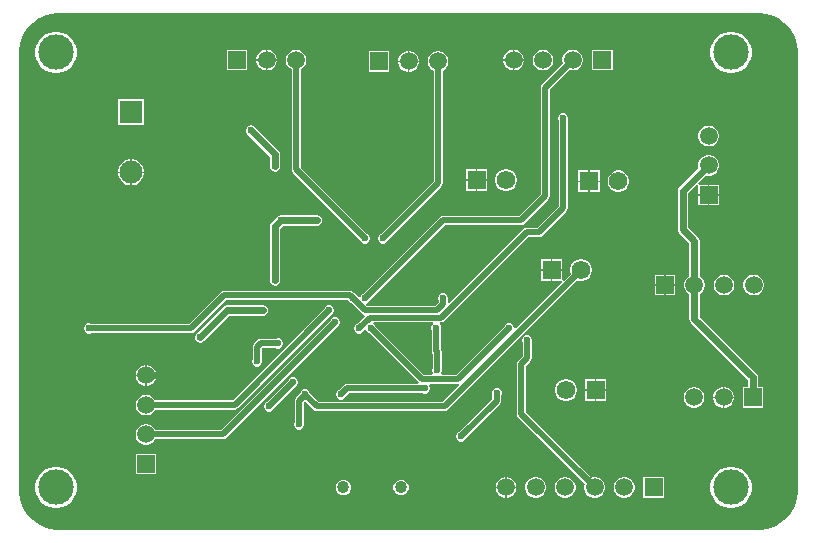
<source format=gbl>
G04*
G04 #@! TF.GenerationSoftware,Altium Limited,Altium Designer,23.4.1 (23)*
G04*
G04 Layer_Physical_Order=2*
G04 Layer_Color=16711680*
%FSLAX44Y44*%
%MOMM*%
G71*
G04*
G04 #@! TF.SameCoordinates,574EF0A3-D4D7-4E79-882F-14C39876F300*
G04*
G04*
G04 #@! TF.FilePolarity,Positive*
G04*
G01*
G75*
%ADD11C,0.6000*%
%ADD41C,0.5000*%
%ADD42C,3.0000*%
%ADD43R,1.5080X1.5080*%
%ADD44C,1.5080*%
%ADD45C,1.9500*%
%ADD46R,1.9500X1.9500*%
%ADD47R,1.5080X1.5080*%
%ADD48C,1.5750*%
%ADD49R,1.5750X1.5750*%
%ADD50C,1.0300*%
%ADD51C,0.6000*%
G36*
X911860Y973321D02*
X914057Y973321D01*
X918414Y972747D01*
X922658Y971610D01*
X926718Y969929D01*
X930523Y967731D01*
X934009Y965056D01*
X937116Y961949D01*
X939791Y958463D01*
X941988Y954658D01*
X943670Y950598D01*
X944807Y946354D01*
X945381Y941997D01*
X945381Y939800D01*
X945381Y568960D01*
Y566763D01*
X944807Y562406D01*
X943670Y558162D01*
X941988Y554102D01*
X939791Y550297D01*
X937116Y546811D01*
X934009Y543704D01*
X930523Y541029D01*
X926718Y538831D01*
X922658Y537150D01*
X918413Y536013D01*
X914057Y535439D01*
X911860D01*
X320040Y535439D01*
X317843Y535439D01*
X313486Y536012D01*
X309242Y537150D01*
X305182Y538831D01*
X301377Y541029D01*
X297891Y543703D01*
X294784Y546811D01*
X292108Y550297D01*
X289911Y554102D01*
X288230Y558162D01*
X287093Y562406D01*
X286519Y566763D01*
X286519Y568960D01*
X286519Y939800D01*
Y941997D01*
X287093Y946354D01*
X288230Y950598D01*
X289912Y954658D01*
X292108Y958463D01*
X294784Y961949D01*
X297891Y965057D01*
X301377Y967731D01*
X305182Y969928D01*
X309242Y971610D01*
X313486Y972747D01*
X317843Y973321D01*
X320040Y973321D01*
X911860Y973321D01*
D02*
G37*
%LPC*%
G36*
X706010Y942260D02*
X705485D01*
Y934085D01*
X713660D01*
Y934610D01*
X713060Y936851D01*
X711900Y938859D01*
X710259Y940500D01*
X708251Y941660D01*
X706010Y942260D01*
D02*
G37*
G36*
X496860D02*
X496335D01*
Y934085D01*
X504510D01*
Y934610D01*
X503909Y936851D01*
X502749Y938859D01*
X501109Y940500D01*
X499100Y941660D01*
X496860Y942260D01*
D02*
G37*
G36*
X704215D02*
X703690D01*
X701450Y941660D01*
X699441Y940500D01*
X697800Y938859D01*
X696640Y936851D01*
X696040Y934610D01*
Y934085D01*
X704215D01*
Y942260D01*
D02*
G37*
G36*
X495065D02*
X494540D01*
X492299Y941660D01*
X490290Y940500D01*
X488650Y938859D01*
X487490Y936851D01*
X486890Y934610D01*
Y934085D01*
X495065D01*
Y942260D01*
D02*
G37*
G36*
X617110Y941160D02*
X616585D01*
Y932985D01*
X624760D01*
Y933510D01*
X624160Y935751D01*
X623000Y937760D01*
X621359Y939400D01*
X619351Y940560D01*
X617110Y941160D01*
D02*
G37*
G36*
X615315D02*
X614790D01*
X612550Y940560D01*
X610541Y939400D01*
X608900Y937760D01*
X607740Y935751D01*
X607140Y933510D01*
Y932985D01*
X615315D01*
Y941160D01*
D02*
G37*
G36*
X788660Y942260D02*
X771040D01*
Y924640D01*
X788660D01*
Y942260D01*
D02*
G37*
G36*
X756010D02*
X753690D01*
X751449Y941660D01*
X749440Y940500D01*
X747800Y938859D01*
X746640Y936851D01*
X746040Y934610D01*
Y932290D01*
X746508Y930544D01*
X728802Y912838D01*
X727969Y911591D01*
X727676Y910120D01*
X727676Y910120D01*
Y819472D01*
X709608Y801404D01*
X645160D01*
X643689Y801111D01*
X642442Y800278D01*
X642442Y800278D01*
X577730Y735566D01*
X576701Y735140D01*
X575500Y733939D01*
X575074Y732909D01*
X573677Y732510D01*
X572815Y733372D01*
X572580Y733939D01*
X571379Y735140D01*
X569888Y735757D01*
X568867Y736778D01*
X567620Y737611D01*
X566149Y737904D01*
X566149Y737904D01*
X459740D01*
X459740Y737904D01*
X458269Y737611D01*
X457022Y736778D01*
X430208Y709964D01*
X347318D01*
X346289Y710390D01*
X344591D01*
X343021Y709740D01*
X341820Y708539D01*
X341170Y706969D01*
Y705271D01*
X341820Y703701D01*
X343021Y702500D01*
X344591Y701850D01*
X346289D01*
X347318Y702276D01*
X431800D01*
X431800Y702276D01*
X433271Y702569D01*
X434518Y703402D01*
X461332Y730216D01*
X564557D01*
X565105Y729668D01*
X565340Y729101D01*
X566541Y727900D01*
X568032Y727283D01*
X576673Y718642D01*
X576673Y718642D01*
X577920Y717809D01*
X578401Y717713D01*
X578819Y716335D01*
X572650Y710166D01*
X571621Y709740D01*
X570420Y708539D01*
X569770Y706969D01*
Y705271D01*
X570420Y703701D01*
X571621Y702500D01*
X573191Y701850D01*
X574889D01*
X576459Y702500D01*
X577660Y703701D01*
X578086Y704730D01*
X578757Y705401D01*
X580074Y704922D01*
X580580Y703701D01*
X581781Y702500D01*
X582810Y702074D01*
X624450Y660434D01*
X624256Y659610D01*
X623960Y659164D01*
X563880D01*
X563880Y659164D01*
X562409Y658871D01*
X561162Y658038D01*
X561162Y658038D01*
X557410Y654286D01*
X556381Y653860D01*
X555180Y652659D01*
X554530Y651089D01*
Y649391D01*
X555180Y647821D01*
X556381Y646620D01*
X557951Y645970D01*
X559649D01*
X561219Y646620D01*
X562420Y647821D01*
X562846Y648850D01*
X565472Y651476D01*
X628042D01*
X629071Y651050D01*
X630769D01*
X632339Y651700D01*
X633540Y652901D01*
X634190Y654471D01*
Y656169D01*
X633540Y657739D01*
X633452Y657826D01*
X633979Y659096D01*
X657860D01*
X657860Y659096D01*
X658302Y659184D01*
X658928Y658014D01*
X644838Y643924D01*
X540072D01*
X532366Y651630D01*
X531940Y652659D01*
X530739Y653860D01*
X529169Y654510D01*
X527471D01*
X525901Y653860D01*
X524700Y652659D01*
X524083Y651168D01*
X520522Y647607D01*
X519689Y646360D01*
X519396Y644889D01*
X519396Y644889D01*
Y626718D01*
X518970Y625689D01*
Y623991D01*
X519620Y622421D01*
X520821Y621220D01*
X522391Y620570D01*
X524089D01*
X525659Y621220D01*
X526860Y622421D01*
X527510Y623991D01*
Y625689D01*
X527084Y626718D01*
Y643297D01*
X528455Y644669D01*
X535762Y637362D01*
X535762Y637362D01*
X537009Y636529D01*
X538480Y636236D01*
X538480Y636236D01*
X646430D01*
X646430Y636236D01*
X647901Y636529D01*
X649148Y637362D01*
X758820Y747034D01*
X760796Y746505D01*
X763204D01*
X765530Y747128D01*
X767615Y748332D01*
X769318Y750035D01*
X770522Y752120D01*
X771145Y754446D01*
Y756854D01*
X770522Y759180D01*
X769318Y761265D01*
X767615Y762968D01*
X765530Y764172D01*
X763204Y764795D01*
X760796D01*
X758470Y764172D01*
X756385Y762968D01*
X754682Y761265D01*
X753478Y759180D01*
X752855Y756854D01*
Y754446D01*
X753384Y752470D01*
X747412Y746498D01*
X746145Y747027D01*
X746145Y747559D01*
Y755015D01*
X737635D01*
Y746505D01*
X745009D01*
X745623Y746505D01*
X746152Y745238D01*
X706580Y705666D01*
X705310Y706192D01*
Y706969D01*
X704660Y708539D01*
X703459Y709740D01*
X701889Y710390D01*
X700191D01*
X698621Y709740D01*
X697420Y708539D01*
X696994Y707510D01*
X656268Y666784D01*
X644139D01*
X643613Y668054D01*
X643700Y668141D01*
X644350Y669711D01*
Y671409D01*
X643924Y672438D01*
Y683922D01*
X644350Y684951D01*
Y686649D01*
X643700Y688219D01*
X643340Y688579D01*
Y704826D01*
X643766Y705854D01*
Y707553D01*
X643116Y709123D01*
X642262Y709976D01*
X642754Y711246D01*
X643537D01*
X643537Y711246D01*
X645008Y711539D01*
X646255Y712372D01*
X717439Y783556D01*
X726440D01*
X726440Y783556D01*
X727911Y783849D01*
X729158Y784682D01*
X749478Y805002D01*
X749478Y805002D01*
X750311Y806249D01*
X750604Y807720D01*
X750604Y807720D01*
Y882042D01*
X751030Y883071D01*
Y884769D01*
X750380Y886339D01*
X749179Y887540D01*
X747609Y888190D01*
X745911D01*
X744341Y887540D01*
X743140Y886339D01*
X742490Y884769D01*
Y883071D01*
X742916Y882042D01*
Y809312D01*
X724848Y791244D01*
X715847D01*
X715847Y791244D01*
X714376Y790951D01*
X713129Y790118D01*
X650274Y727263D01*
X649004Y727789D01*
Y729642D01*
X649430Y730671D01*
Y732369D01*
X648780Y733939D01*
X647579Y735140D01*
X646009Y735790D01*
X644311D01*
X642741Y735140D01*
X641540Y733939D01*
X640890Y732369D01*
Y730671D01*
X641316Y729642D01*
Y728032D01*
X638488Y725204D01*
X580983D01*
X580110Y726077D01*
X580509Y727474D01*
X581539Y727900D01*
X582740Y729101D01*
X583166Y730130D01*
X646752Y793716D01*
X711200D01*
X711200Y793716D01*
X712671Y794009D01*
X713918Y794842D01*
X734238Y815162D01*
X734238Y815162D01*
X735071Y816409D01*
X735364Y817880D01*
X735364Y817880D01*
Y908528D01*
X751944Y925108D01*
X753690Y924640D01*
X756010D01*
X758250Y925240D01*
X760259Y926400D01*
X761900Y928040D01*
X763059Y930050D01*
X763660Y932290D01*
Y934610D01*
X763059Y936851D01*
X761900Y938859D01*
X760259Y940500D01*
X758250Y941660D01*
X756010Y942260D01*
D02*
G37*
G36*
X731010D02*
X728690D01*
X726450Y941660D01*
X724441Y940500D01*
X722801Y938859D01*
X721641Y936851D01*
X721040Y934610D01*
Y932290D01*
X721641Y930050D01*
X722801Y928040D01*
X724441Y926400D01*
X726450Y925240D01*
X728690Y924640D01*
X731010D01*
X733251Y925240D01*
X735260Y926400D01*
X736900Y928040D01*
X738060Y930050D01*
X738660Y932290D01*
Y934610D01*
X738060Y936851D01*
X736900Y938859D01*
X735260Y940500D01*
X733251Y941660D01*
X731010Y942260D01*
D02*
G37*
G36*
X713660Y932815D02*
X705485D01*
Y924640D01*
X706010D01*
X708251Y925240D01*
X710259Y926400D01*
X711900Y928040D01*
X713060Y930050D01*
X713660Y932290D01*
Y932815D01*
D02*
G37*
G36*
X704215D02*
X696040D01*
Y932290D01*
X696640Y930050D01*
X697800Y928040D01*
X699441Y926400D01*
X701450Y925240D01*
X703690Y924640D01*
X704215D01*
Y932815D01*
D02*
G37*
G36*
X504510D02*
X496335D01*
Y924640D01*
X496860D01*
X499100Y925240D01*
X501109Y926400D01*
X502749Y928040D01*
X503909Y930050D01*
X504510Y932290D01*
Y932815D01*
D02*
G37*
G36*
X495065D02*
X486890D01*
Y932290D01*
X487490Y930050D01*
X488650Y928040D01*
X490290Y926400D01*
X492299Y925240D01*
X494540Y924640D01*
X495065D01*
Y932815D01*
D02*
G37*
G36*
X479510Y942260D02*
X461890D01*
Y924640D01*
X479510D01*
Y942260D01*
D02*
G37*
G36*
X624760Y931715D02*
X616585D01*
Y923540D01*
X617110D01*
X619351Y924141D01*
X621359Y925300D01*
X623000Y926941D01*
X624160Y928950D01*
X624760Y931190D01*
Y931715D01*
D02*
G37*
G36*
X615315D02*
X607140D01*
Y931190D01*
X607740Y928950D01*
X608900Y926941D01*
X610541Y925300D01*
X612550Y924141D01*
X614790Y923540D01*
X615315D01*
Y931715D01*
D02*
G37*
G36*
X599760Y941160D02*
X582140D01*
Y923540D01*
X599760D01*
Y941160D01*
D02*
G37*
G36*
X890724Y957300D02*
X887276D01*
X883895Y956628D01*
X880711Y955308D01*
X877844Y953393D01*
X875407Y950956D01*
X873492Y948089D01*
X872172Y944905D01*
X871500Y941524D01*
Y938076D01*
X872172Y934695D01*
X873492Y931511D01*
X875407Y928644D01*
X877844Y926207D01*
X880711Y924292D01*
X883895Y922972D01*
X887276Y922300D01*
X890724D01*
X894105Y922972D01*
X897289Y924292D01*
X900156Y926207D01*
X902593Y928644D01*
X904508Y931511D01*
X905827Y934695D01*
X906500Y938076D01*
Y941524D01*
X905827Y944905D01*
X904508Y948089D01*
X902593Y950956D01*
X900156Y953393D01*
X897289Y955308D01*
X894105Y956628D01*
X890724Y957300D01*
D02*
G37*
G36*
X319224D02*
X315776D01*
X312395Y956628D01*
X309211Y955308D01*
X306344Y953393D01*
X303907Y950956D01*
X301992Y948089D01*
X300672Y944905D01*
X300000Y941524D01*
Y938076D01*
X300672Y934695D01*
X301992Y931511D01*
X303907Y928644D01*
X306344Y926207D01*
X309211Y924292D01*
X312395Y922972D01*
X315776Y922300D01*
X319224D01*
X322605Y922972D01*
X325789Y924292D01*
X328656Y926207D01*
X331093Y928644D01*
X333008Y931511D01*
X334328Y934695D01*
X335000Y938076D01*
Y941524D01*
X334328Y944905D01*
X333008Y948089D01*
X331093Y950956D01*
X328656Y953393D01*
X325789Y955308D01*
X322605Y956628D01*
X319224Y957300D01*
D02*
G37*
G36*
X392020Y900020D02*
X369980D01*
Y877980D01*
X392020D01*
Y900020D01*
D02*
G37*
G36*
X871110Y877960D02*
X868790D01*
X866550Y877359D01*
X864540Y876200D01*
X862900Y874559D01*
X861740Y872550D01*
X861140Y870310D01*
Y867990D01*
X861740Y865749D01*
X862900Y863740D01*
X864540Y862100D01*
X866550Y860940D01*
X868790Y860340D01*
X871110D01*
X873351Y860940D01*
X875359Y862100D01*
X877000Y863740D01*
X878160Y865749D01*
X878760Y867990D01*
Y870310D01*
X878160Y872550D01*
X877000Y874559D01*
X875359Y876200D01*
X873351Y877359D01*
X871110Y877960D01*
D02*
G37*
G36*
X482600Y878114D02*
X482179Y878030D01*
X481751D01*
X481354Y877866D01*
X480934Y877782D01*
X480577Y877544D01*
X480181Y877380D01*
X479878Y877077D01*
X479521Y876839D01*
X479283Y876482D01*
X478980Y876179D01*
X478816Y875783D01*
X478578Y875426D01*
X478494Y875005D01*
X478330Y874609D01*
Y874181D01*
X478246Y873760D01*
X478330Y873339D01*
Y872911D01*
X478494Y872514D01*
X478578Y872094D01*
X478816Y871737D01*
X478980Y871341D01*
X479283Y871038D01*
X479521Y870682D01*
X498566Y851637D01*
Y843280D01*
X498650Y842859D01*
Y842431D01*
X498814Y842035D01*
X498898Y841614D01*
X499136Y841257D01*
X499300Y840861D01*
X499603Y840558D01*
X499841Y840201D01*
X500198Y839963D01*
X500501Y839660D01*
X500897Y839496D01*
X501254Y839258D01*
X501674Y839174D01*
X502071Y839010D01*
X502500D01*
X502920Y838926D01*
X503340Y839010D01*
X503769D01*
X504165Y839174D01*
X504586Y839258D01*
X504943Y839496D01*
X505339Y839660D01*
X505642Y839963D01*
X505998Y840201D01*
X506237Y840558D01*
X506540Y840861D01*
X506704Y841257D01*
X506942Y841614D01*
X507026Y842035D01*
X507190Y842431D01*
Y842859D01*
X507274Y843280D01*
Y853440D01*
X506942Y855106D01*
X505998Y856518D01*
X485678Y876839D01*
X485322Y877077D01*
X485019Y877380D01*
X484623Y877544D01*
X484266Y877782D01*
X483845Y877866D01*
X483449Y878030D01*
X483021D01*
X482600Y878114D01*
D02*
G37*
G36*
X382451Y849220D02*
X381635D01*
Y838835D01*
X392020D01*
Y839651D01*
X391269Y842454D01*
X389818Y844966D01*
X387766Y847018D01*
X385254Y848469D01*
X382451Y849220D01*
D02*
G37*
G36*
X380365D02*
X379549D01*
X376746Y848469D01*
X374234Y847018D01*
X372182Y844966D01*
X370731Y842454D01*
X369980Y839651D01*
Y838835D01*
X380365D01*
Y849220D01*
D02*
G37*
G36*
X871110Y852960D02*
X868790D01*
X866550Y852360D01*
X864540Y851200D01*
X862900Y849560D01*
X861740Y847551D01*
X861140Y845310D01*
Y842990D01*
X861456Y841813D01*
X845282Y825639D01*
X844338Y824226D01*
X844006Y822560D01*
Y789940D01*
X844338Y788274D01*
X845282Y786861D01*
X853697Y778447D01*
Y750609D01*
X852641Y750000D01*
X851000Y748360D01*
X849840Y746350D01*
X849240Y744110D01*
Y741790D01*
X849840Y739549D01*
X851000Y737541D01*
X852641Y735900D01*
X853697Y735291D01*
Y714210D01*
X854028Y712544D01*
X854972Y711131D01*
X903297Y662806D01*
Y656510D01*
X898840D01*
Y638890D01*
X916460D01*
Y656510D01*
X912004D01*
Y664610D01*
X911672Y666276D01*
X910729Y667688D01*
X862404Y716013D01*
Y735291D01*
X863460Y735900D01*
X865100Y737541D01*
X866260Y739549D01*
X866860Y741790D01*
Y744110D01*
X866260Y746350D01*
X865100Y748360D01*
X863460Y750000D01*
X862404Y750609D01*
Y780250D01*
X862072Y781916D01*
X861129Y783328D01*
X852714Y791743D01*
Y820757D01*
X859870Y827913D01*
X861140Y827387D01*
X861140Y826927D01*
Y819785D01*
X869315D01*
Y827960D01*
X862226D01*
X861713Y827960D01*
X861187Y829230D01*
X867613Y835656D01*
X868790Y835340D01*
X871110D01*
X873351Y835941D01*
X875359Y837101D01*
X877000Y838741D01*
X878160Y840750D01*
X878760Y842990D01*
Y845310D01*
X878160Y847551D01*
X877000Y849560D01*
X875359Y851200D01*
X873351Y852360D01*
X871110Y852960D01*
D02*
G37*
G36*
X682645Y840995D02*
X674135D01*
Y832485D01*
X682645D01*
Y840995D01*
D02*
G37*
G36*
X672865D02*
X664355D01*
Y832485D01*
X672865D01*
Y840995D01*
D02*
G37*
G36*
X777695Y839895D02*
X769185D01*
Y831385D01*
X777695D01*
Y839895D01*
D02*
G37*
G36*
X767915D02*
X759405D01*
Y831385D01*
X767915D01*
Y839895D01*
D02*
G37*
G36*
X392020Y837565D02*
X381635D01*
Y827180D01*
X382451D01*
X385254Y827931D01*
X387766Y829382D01*
X389818Y831434D01*
X391269Y833946D01*
X392020Y836749D01*
Y837565D01*
D02*
G37*
G36*
X380365D02*
X369980D01*
Y836749D01*
X370731Y833946D01*
X372182Y831434D01*
X374234Y829382D01*
X376746Y827931D01*
X379549Y827180D01*
X380365D01*
Y837565D01*
D02*
G37*
G36*
X699704Y840995D02*
X697296D01*
X694970Y840372D01*
X692885Y839168D01*
X691182Y837465D01*
X689978Y835380D01*
X689355Y833054D01*
Y830646D01*
X689978Y828320D01*
X691182Y826235D01*
X692885Y824532D01*
X694970Y823328D01*
X697296Y822705D01*
X699704D01*
X702030Y823328D01*
X704115Y824532D01*
X705818Y826235D01*
X707022Y828320D01*
X707645Y830646D01*
Y833054D01*
X707022Y835380D01*
X705818Y837465D01*
X704115Y839168D01*
X702030Y840372D01*
X699704Y840995D01*
D02*
G37*
G36*
X682645Y831215D02*
X674135D01*
Y822705D01*
X682645D01*
Y831215D01*
D02*
G37*
G36*
X672865D02*
X664355D01*
Y822705D01*
X672865D01*
Y831215D01*
D02*
G37*
G36*
X794754Y839895D02*
X792346D01*
X790020Y839272D01*
X787935Y838068D01*
X786232Y836365D01*
X785028Y834280D01*
X784405Y831954D01*
Y829546D01*
X785028Y827220D01*
X786232Y825135D01*
X787935Y823432D01*
X790020Y822228D01*
X792346Y821605D01*
X794754D01*
X797080Y822228D01*
X799165Y823432D01*
X800868Y825135D01*
X802072Y827220D01*
X802695Y829546D01*
Y831954D01*
X802072Y834280D01*
X800868Y836365D01*
X799165Y838068D01*
X797080Y839272D01*
X794754Y839895D01*
D02*
G37*
G36*
X777695Y830115D02*
X769185D01*
Y821605D01*
X777695D01*
Y830115D01*
D02*
G37*
G36*
X767915D02*
X759405D01*
Y821605D01*
X767915D01*
Y830115D01*
D02*
G37*
G36*
X870585Y827960D02*
Y819785D01*
X878760D01*
Y827960D01*
X870585D01*
D02*
G37*
G36*
X878760Y818515D02*
X870585D01*
Y810340D01*
X878760D01*
Y818515D01*
D02*
G37*
G36*
X869315D02*
X861140D01*
Y810340D01*
X869315D01*
Y818515D01*
D02*
G37*
G36*
X642110Y941160D02*
X639790D01*
X637550Y940560D01*
X635541Y939400D01*
X633900Y937760D01*
X632741Y935751D01*
X632140Y933510D01*
Y931190D01*
X632741Y928950D01*
X633900Y926941D01*
X635541Y925300D01*
X637106Y924397D01*
Y830502D01*
X592970Y786366D01*
X591941Y785940D01*
X590740Y784739D01*
X590090Y783169D01*
Y781471D01*
X590740Y779901D01*
X591941Y778700D01*
X593511Y778050D01*
X595209D01*
X596779Y778700D01*
X597980Y779901D01*
X598406Y780930D01*
X643668Y826192D01*
X643668Y826192D01*
X644501Y827439D01*
X644794Y828910D01*
Y924397D01*
X646360Y925300D01*
X648000Y926941D01*
X649160Y928950D01*
X649760Y931190D01*
Y933510D01*
X649160Y935751D01*
X648000Y937760D01*
X646360Y939400D01*
X644351Y940560D01*
X642110Y941160D01*
D02*
G37*
G36*
X521860Y942260D02*
X519540D01*
X517299Y941660D01*
X515290Y940500D01*
X513650Y938859D01*
X512490Y936851D01*
X511890Y934610D01*
Y932290D01*
X512490Y930050D01*
X513650Y928040D01*
X515290Y926400D01*
X516856Y925496D01*
Y840740D01*
X516856Y840740D01*
X517149Y839269D01*
X517982Y838022D01*
X575074Y780930D01*
X575500Y779901D01*
X576701Y778700D01*
X578271Y778050D01*
X579969D01*
X581539Y778700D01*
X582740Y779901D01*
X583390Y781471D01*
Y783169D01*
X582740Y784739D01*
X581539Y785940D01*
X580510Y786366D01*
X524544Y842332D01*
Y925496D01*
X526110Y926400D01*
X527750Y928040D01*
X528910Y930050D01*
X529510Y932290D01*
Y934610D01*
X528910Y936851D01*
X527750Y938859D01*
X526110Y940500D01*
X524100Y941660D01*
X521860Y942260D01*
D02*
G37*
G36*
X746145Y764795D02*
X737635D01*
Y756285D01*
X746145D01*
Y764795D01*
D02*
G37*
G36*
X736365D02*
X727855D01*
Y756285D01*
X736365D01*
Y764795D01*
D02*
G37*
G36*
Y755015D02*
X727855D01*
Y746505D01*
X736365D01*
Y755015D01*
D02*
G37*
G36*
X841860Y751760D02*
X833685D01*
Y743585D01*
X841860D01*
Y751760D01*
D02*
G37*
G36*
X832415D02*
X824240D01*
Y743585D01*
X832415D01*
Y751760D01*
D02*
G37*
G36*
X538480Y801914D02*
X508000D01*
X507579Y801830D01*
X507151D01*
X506754Y801666D01*
X506334Y801582D01*
X505977Y801344D01*
X505581Y801180D01*
X505278Y800877D01*
X504921Y800639D01*
X499841Y795558D01*
X498898Y794146D01*
X498566Y792480D01*
Y746760D01*
X498650Y746339D01*
Y745911D01*
X498814Y745515D01*
X498898Y745094D01*
X499136Y744737D01*
X499300Y744341D01*
X499603Y744038D01*
X499841Y743681D01*
X500198Y743443D01*
X500501Y743140D01*
X500897Y742976D01*
X501254Y742738D01*
X501674Y742654D01*
X502071Y742490D01*
X502500D01*
X502920Y742406D01*
X503340Y742490D01*
X503769D01*
X504165Y742654D01*
X504586Y742738D01*
X504943Y742976D01*
X505339Y743140D01*
X505642Y743443D01*
X505998Y743681D01*
X506237Y744038D01*
X506540Y744341D01*
X506704Y744737D01*
X506942Y745094D01*
X507026Y745515D01*
X507190Y745911D01*
Y746339D01*
X507274Y746760D01*
Y790677D01*
X509803Y793206D01*
X538480D01*
X538900Y793290D01*
X539329D01*
X539725Y793454D01*
X540146Y793538D01*
X540503Y793776D01*
X540899Y793940D01*
X541202Y794243D01*
X541558Y794482D01*
X541797Y794838D01*
X542100Y795141D01*
X542264Y795537D01*
X542502Y795894D01*
X542586Y796314D01*
X542750Y796711D01*
Y797140D01*
X542834Y797560D01*
X542750Y797980D01*
Y798409D01*
X542586Y798805D01*
X542502Y799226D01*
X542264Y799583D01*
X542100Y799979D01*
X541797Y800282D01*
X541558Y800639D01*
X541202Y800877D01*
X540899Y801180D01*
X540503Y801344D01*
X540146Y801582D01*
X539725Y801666D01*
X539329Y801830D01*
X538900D01*
X538480Y801914D01*
D02*
G37*
G36*
X909210Y751760D02*
X906890D01*
X904650Y751160D01*
X902641Y750000D01*
X901000Y748360D01*
X899840Y746350D01*
X899240Y744110D01*
Y741790D01*
X899840Y739549D01*
X901000Y737541D01*
X902641Y735900D01*
X904650Y734740D01*
X906890Y734140D01*
X909210D01*
X911451Y734740D01*
X913459Y735900D01*
X915100Y737541D01*
X916260Y739549D01*
X916860Y741790D01*
Y744110D01*
X916260Y746350D01*
X915100Y748360D01*
X913459Y750000D01*
X911451Y751160D01*
X909210Y751760D01*
D02*
G37*
G36*
X884210D02*
X881890D01*
X879649Y751160D01*
X877640Y750000D01*
X876000Y748360D01*
X874840Y746350D01*
X874240Y744110D01*
Y741790D01*
X874840Y739549D01*
X876000Y737541D01*
X877640Y735900D01*
X879649Y734740D01*
X881890Y734140D01*
X884210D01*
X886450Y734740D01*
X888459Y735900D01*
X890099Y737541D01*
X891259Y739549D01*
X891860Y741790D01*
Y744110D01*
X891259Y746350D01*
X890099Y748360D01*
X888459Y750000D01*
X886450Y751160D01*
X884210Y751760D01*
D02*
G37*
G36*
X841860Y742315D02*
X833685D01*
Y734140D01*
X841860D01*
Y742315D01*
D02*
G37*
G36*
X832415D02*
X824240D01*
Y734140D01*
X832415D01*
Y742315D01*
D02*
G37*
G36*
X492760Y725714D02*
X462280D01*
X460614Y725382D01*
X459202Y724438D01*
X436342Y701579D01*
X436103Y701222D01*
X435800Y700919D01*
X435636Y700523D01*
X435398Y700166D01*
X435314Y699745D01*
X435150Y699349D01*
Y698921D01*
X435066Y698500D01*
X435150Y698080D01*
Y697651D01*
X435314Y697254D01*
X435398Y696834D01*
X435636Y696477D01*
X435800Y696081D01*
X436103Y695778D01*
X436342Y695422D01*
X436698Y695183D01*
X437001Y694880D01*
X437397Y694716D01*
X437754Y694478D01*
X438175Y694394D01*
X438571Y694230D01*
X438999D01*
X439420Y694146D01*
X439841Y694230D01*
X440269D01*
X440666Y694394D01*
X441086Y694478D01*
X441443Y694716D01*
X441839Y694880D01*
X442142Y695183D01*
X442499Y695422D01*
X464083Y717006D01*
X492760D01*
X493181Y717090D01*
X493609D01*
X494006Y717254D01*
X494426Y717338D01*
X494783Y717576D01*
X495179Y717740D01*
X495482Y718043D01*
X495839Y718281D01*
X496077Y718638D01*
X496380Y718941D01*
X496544Y719337D01*
X496782Y719694D01*
X496866Y720115D01*
X497030Y720511D01*
Y720939D01*
X497114Y721360D01*
X497030Y721780D01*
Y722209D01*
X496866Y722606D01*
X496782Y723026D01*
X496544Y723383D01*
X496380Y723779D01*
X496077Y724082D01*
X495839Y724438D01*
X495482Y724677D01*
X495179Y724980D01*
X494783Y725144D01*
X494426Y725382D01*
X494006Y725466D01*
X493609Y725630D01*
X493181D01*
X492760Y725714D01*
D02*
G37*
G36*
X506309Y697690D02*
X504611D01*
X503582Y697264D01*
X490609D01*
X489138Y696971D01*
X487891Y696138D01*
X487891Y696138D01*
X484962Y693209D01*
X484129Y691962D01*
X483836Y690491D01*
X483836Y690491D01*
Y680058D01*
X483410Y679029D01*
Y677331D01*
X484060Y675761D01*
X485261Y674560D01*
X486831Y673910D01*
X488529D01*
X490099Y674560D01*
X491300Y675761D01*
X491950Y677331D01*
Y679029D01*
X491524Y680058D01*
Y688899D01*
X492201Y689576D01*
X503582D01*
X504611Y689150D01*
X506309D01*
X507879Y689800D01*
X509080Y691001D01*
X509730Y692571D01*
Y694269D01*
X509080Y695839D01*
X507879Y697040D01*
X506309Y697690D01*
D02*
G37*
G36*
X394860Y675160D02*
X394335D01*
Y666985D01*
X402510D01*
Y667510D01*
X401910Y669751D01*
X400750Y671760D01*
X399109Y673400D01*
X397100Y674560D01*
X394860Y675160D01*
D02*
G37*
G36*
X393065D02*
X392540D01*
X390299Y674560D01*
X388290Y673400D01*
X386650Y671760D01*
X385490Y669751D01*
X384890Y667510D01*
Y666985D01*
X393065D01*
Y675160D01*
D02*
G37*
G36*
X402510Y665715D02*
X394335D01*
Y657540D01*
X394860D01*
X397100Y658141D01*
X399109Y659301D01*
X400750Y660941D01*
X401910Y662950D01*
X402510Y665190D01*
Y665715D01*
D02*
G37*
G36*
X393065D02*
X384890D01*
Y665190D01*
X385490Y662950D01*
X386650Y660941D01*
X388290Y659301D01*
X390299Y658141D01*
X392540Y657540D01*
X393065D01*
Y665715D01*
D02*
G37*
G36*
X783445Y663195D02*
X774935D01*
Y654685D01*
X783445D01*
Y663195D01*
D02*
G37*
G36*
X773665D02*
X765155D01*
Y654685D01*
X773665D01*
Y663195D01*
D02*
G37*
G36*
X883810Y656510D02*
X883285D01*
Y648335D01*
X891460D01*
Y648860D01*
X890860Y651100D01*
X889700Y653110D01*
X888059Y654750D01*
X886050Y655910D01*
X883810Y656510D01*
D02*
G37*
G36*
X882015D02*
X881490D01*
X879249Y655910D01*
X877241Y654750D01*
X875600Y653110D01*
X874440Y651100D01*
X873840Y648860D01*
Y648335D01*
X882015D01*
Y656510D01*
D02*
G37*
G36*
X549489Y725630D02*
X547791D01*
X546221Y724980D01*
X545020Y723779D01*
X544594Y722750D01*
X467038Y645194D01*
X401654D01*
X400750Y646759D01*
X399109Y648400D01*
X397100Y649560D01*
X394860Y650160D01*
X392540D01*
X390299Y649560D01*
X388290Y648400D01*
X386650Y646759D01*
X385490Y644751D01*
X384890Y642510D01*
Y640190D01*
X385490Y637949D01*
X386650Y635941D01*
X388290Y634300D01*
X390299Y633140D01*
X392540Y632540D01*
X394860D01*
X397100Y633140D01*
X399109Y634300D01*
X400750Y635941D01*
X401654Y637506D01*
X468630D01*
X468630Y637506D01*
X470101Y637799D01*
X471348Y638632D01*
X550030Y717314D01*
X551059Y717740D01*
X552260Y718941D01*
X552910Y720511D01*
Y722209D01*
X552260Y723779D01*
X551059Y724980D01*
X549489Y725630D01*
D02*
G37*
G36*
X783445Y653415D02*
X774935D01*
Y644905D01*
X783445D01*
Y653415D01*
D02*
G37*
G36*
X773665D02*
X765155D01*
Y644905D01*
X773665D01*
Y653415D01*
D02*
G37*
G36*
X750504Y663195D02*
X748096D01*
X745770Y662572D01*
X743685Y661368D01*
X741982Y659665D01*
X740778Y657580D01*
X740155Y655254D01*
Y652846D01*
X740778Y650520D01*
X741982Y648435D01*
X743685Y646732D01*
X745770Y645528D01*
X748096Y644905D01*
X750504D01*
X752830Y645528D01*
X754915Y646732D01*
X756618Y648435D01*
X757822Y650520D01*
X758445Y652846D01*
Y655254D01*
X757822Y657580D01*
X756618Y659665D01*
X754915Y661368D01*
X752830Y662572D01*
X750504Y663195D01*
D02*
G37*
G36*
X891460Y647065D02*
X883285D01*
Y638890D01*
X883810D01*
X886050Y639490D01*
X888059Y640650D01*
X889700Y642290D01*
X890860Y644299D01*
X891460Y646540D01*
Y647065D01*
D02*
G37*
G36*
X882015D02*
X873840D01*
Y646540D01*
X874440Y644299D01*
X875600Y642290D01*
X877241Y640650D01*
X879249Y639490D01*
X881490Y638890D01*
X882015D01*
Y647065D01*
D02*
G37*
G36*
X858810Y656510D02*
X856490D01*
X854249Y655910D01*
X852240Y654750D01*
X850600Y653110D01*
X849440Y651100D01*
X848840Y648860D01*
Y646540D01*
X849440Y644299D01*
X850600Y642290D01*
X852240Y640650D01*
X854249Y639490D01*
X856490Y638890D01*
X858810D01*
X861050Y639490D01*
X863059Y640650D01*
X864699Y642290D01*
X865859Y644299D01*
X866460Y646540D01*
Y648860D01*
X865859Y651100D01*
X864699Y653110D01*
X863059Y654750D01*
X861050Y655910D01*
X858810Y656510D01*
D02*
G37*
G36*
X519009Y664670D02*
X517311D01*
X515741Y664020D01*
X514540Y662819D01*
X514114Y661790D01*
X496450Y644126D01*
X495421Y643700D01*
X494220Y642499D01*
X493570Y640929D01*
Y639231D01*
X494220Y637661D01*
X495421Y636460D01*
X496991Y635810D01*
X498689D01*
X500259Y636460D01*
X501460Y637661D01*
X501886Y638690D01*
X519550Y656354D01*
X520579Y656780D01*
X521780Y657981D01*
X522430Y659551D01*
Y661249D01*
X521780Y662819D01*
X520579Y664020D01*
X519009Y664670D01*
D02*
G37*
G36*
X554630Y715531D02*
X552931D01*
X551362Y714881D01*
X550161Y713679D01*
X549735Y712651D01*
X457278Y620194D01*
X401654D01*
X400750Y621759D01*
X399109Y623400D01*
X397100Y624559D01*
X394860Y625160D01*
X392540D01*
X390299Y624559D01*
X388290Y623400D01*
X386650Y621759D01*
X385490Y619750D01*
X384890Y617510D01*
Y615190D01*
X385490Y612949D01*
X386650Y610940D01*
X388290Y609300D01*
X390299Y608140D01*
X392540Y607540D01*
X394860D01*
X397100Y608140D01*
X399109Y609300D01*
X400750Y610940D01*
X401654Y612506D01*
X458870D01*
X458870Y612506D01*
X460341Y612799D01*
X461588Y613632D01*
X555171Y707215D01*
X556199Y707641D01*
X557401Y708842D01*
X558051Y710411D01*
Y712110D01*
X557401Y713679D01*
X556199Y714881D01*
X554630Y715531D01*
D02*
G37*
G36*
X691729Y655940D02*
X690031D01*
X688461Y655290D01*
X687260Y654089D01*
X686610Y652519D01*
Y650821D01*
X686845Y650254D01*
Y646561D01*
X659010Y618726D01*
X657981Y618300D01*
X656780Y617099D01*
X656130Y615529D01*
Y613831D01*
X656780Y612261D01*
X657981Y611060D01*
X659551Y610410D01*
X661249D01*
X662819Y611060D01*
X664020Y612261D01*
X664446Y613290D01*
X693407Y642251D01*
X693407Y642251D01*
X694240Y643498D01*
X694532Y644969D01*
Y649330D01*
X695150Y650821D01*
Y652519D01*
X694500Y654089D01*
X693299Y655290D01*
X691729Y655940D01*
D02*
G37*
G36*
X402510Y600160D02*
X384890D01*
Y582540D01*
X402510D01*
Y600160D01*
D02*
G37*
G36*
X699660Y580310D02*
X699135D01*
Y572135D01*
X707310D01*
Y572660D01*
X706710Y574901D01*
X705550Y576909D01*
X703910Y578550D01*
X701900Y579710D01*
X699660Y580310D01*
D02*
G37*
G36*
X697865D02*
X697340D01*
X695099Y579710D01*
X693091Y578550D01*
X691450Y576909D01*
X690290Y574901D01*
X689690Y572660D01*
Y572135D01*
X697865D01*
Y580310D01*
D02*
G37*
G36*
X610877Y577920D02*
X608323D01*
X605963Y576943D01*
X604157Y575137D01*
X603180Y572777D01*
Y570223D01*
X604157Y567863D01*
X605963Y566057D01*
X608323Y565080D01*
X610877D01*
X613237Y566057D01*
X615043Y567863D01*
X616020Y570223D01*
Y572777D01*
X615043Y575137D01*
X613237Y576943D01*
X610877Y577920D01*
D02*
G37*
G36*
X562077D02*
X559523D01*
X557163Y576943D01*
X555357Y575137D01*
X554380Y572777D01*
Y570223D01*
X555357Y567863D01*
X557163Y566057D01*
X559523Y565080D01*
X562077D01*
X564437Y566057D01*
X566243Y567863D01*
X567220Y570223D01*
Y572777D01*
X566243Y575137D01*
X564437Y576943D01*
X562077Y577920D01*
D02*
G37*
G36*
X832310Y580310D02*
X814690D01*
Y562690D01*
X832310D01*
Y580310D01*
D02*
G37*
G36*
X799660D02*
X797340D01*
X795099Y579710D01*
X793090Y578550D01*
X791450Y576909D01*
X790290Y574901D01*
X789690Y572660D01*
Y570340D01*
X790290Y568100D01*
X791450Y566091D01*
X793090Y564450D01*
X795099Y563290D01*
X797340Y562690D01*
X799660D01*
X801900Y563290D01*
X803909Y564450D01*
X805549Y566091D01*
X806709Y568100D01*
X807310Y570340D01*
Y572660D01*
X806709Y574901D01*
X805549Y576909D01*
X803909Y578550D01*
X801900Y579710D01*
X799660Y580310D01*
D02*
G37*
G36*
X717129Y700230D02*
X715431D01*
X713861Y699580D01*
X712660Y698379D01*
X712010Y696809D01*
Y695111D01*
X712436Y694082D01*
Y682312D01*
X708482Y678358D01*
X707649Y677111D01*
X707356Y675640D01*
X707356Y675640D01*
Y633800D01*
X707356Y633800D01*
X707649Y632329D01*
X708482Y631082D01*
X765158Y574406D01*
X764690Y572660D01*
Y570340D01*
X765291Y568100D01*
X766450Y566091D01*
X768091Y564450D01*
X770100Y563290D01*
X772340Y562690D01*
X774660D01*
X776901Y563290D01*
X778910Y564450D01*
X780550Y566091D01*
X781710Y568100D01*
X782310Y570340D01*
Y572660D01*
X781710Y574901D01*
X780550Y576909D01*
X778910Y578550D01*
X776901Y579710D01*
X774660Y580310D01*
X772340D01*
X770594Y579842D01*
X715044Y635392D01*
Y674048D01*
X718998Y678002D01*
X718998Y678002D01*
X719831Y679249D01*
X720124Y680720D01*
X720124Y680720D01*
Y694082D01*
X720550Y695111D01*
Y696809D01*
X719900Y698379D01*
X718699Y699580D01*
X717129Y700230D01*
D02*
G37*
G36*
X749660Y580310D02*
X747340D01*
X745099Y579710D01*
X743090Y578550D01*
X741450Y576909D01*
X740290Y574901D01*
X739690Y572660D01*
Y570340D01*
X740290Y568100D01*
X741450Y566091D01*
X743090Y564450D01*
X745099Y563290D01*
X747340Y562690D01*
X749660D01*
X751900Y563290D01*
X753909Y564450D01*
X755550Y566091D01*
X756710Y568100D01*
X757310Y570340D01*
Y572660D01*
X756710Y574901D01*
X755550Y576909D01*
X753909Y578550D01*
X751900Y579710D01*
X749660Y580310D01*
D02*
G37*
G36*
X724660D02*
X722340D01*
X720100Y579710D01*
X718091Y578550D01*
X716451Y576909D01*
X715291Y574901D01*
X714690Y572660D01*
Y570340D01*
X715291Y568100D01*
X716451Y566091D01*
X718091Y564450D01*
X720100Y563290D01*
X722340Y562690D01*
X724660D01*
X726901Y563290D01*
X728910Y564450D01*
X730550Y566091D01*
X731710Y568100D01*
X732310Y570340D01*
Y572660D01*
X731710Y574901D01*
X730550Y576909D01*
X728910Y578550D01*
X726901Y579710D01*
X724660Y580310D01*
D02*
G37*
G36*
X707310Y570865D02*
X699135D01*
Y562690D01*
X699660D01*
X701900Y563290D01*
X703910Y564450D01*
X705550Y566091D01*
X706710Y568100D01*
X707310Y570340D01*
Y570865D01*
D02*
G37*
G36*
X697865D02*
X689690D01*
Y570340D01*
X690290Y568100D01*
X691450Y566091D01*
X693091Y564450D01*
X695099Y563290D01*
X697340Y562690D01*
X697865D01*
Y570865D01*
D02*
G37*
G36*
X890724Y589000D02*
X887276D01*
X883895Y588327D01*
X880711Y587008D01*
X877844Y585093D01*
X875407Y582656D01*
X873492Y579789D01*
X872172Y576605D01*
X871500Y573224D01*
Y569776D01*
X872172Y566395D01*
X873492Y563211D01*
X875407Y560344D01*
X877844Y557907D01*
X880711Y555992D01*
X883895Y554673D01*
X887276Y554000D01*
X890724D01*
X894105Y554673D01*
X897289Y555992D01*
X900156Y557907D01*
X902593Y560344D01*
X904508Y563211D01*
X905827Y566395D01*
X906500Y569776D01*
Y573224D01*
X905827Y576605D01*
X904508Y579789D01*
X902593Y582656D01*
X900156Y585093D01*
X897289Y587008D01*
X894105Y588327D01*
X890724Y589000D01*
D02*
G37*
G36*
X319224D02*
X315776D01*
X312395Y588327D01*
X309211Y587008D01*
X306344Y585093D01*
X303907Y582656D01*
X301992Y579789D01*
X300672Y576605D01*
X300000Y573224D01*
Y569776D01*
X300672Y566395D01*
X301992Y563211D01*
X303907Y560344D01*
X306344Y557907D01*
X309211Y555992D01*
X312395Y554673D01*
X315776Y554000D01*
X319224D01*
X322605Y554673D01*
X325789Y555992D01*
X328656Y557907D01*
X331093Y560344D01*
X333008Y563211D01*
X334328Y566395D01*
X335000Y569776D01*
Y573224D01*
X334328Y576605D01*
X333008Y579789D01*
X331093Y582656D01*
X328656Y585093D01*
X325789Y587008D01*
X322605Y588327D01*
X319224Y589000D01*
D02*
G37*
%LPD*%
G36*
X636730Y709976D02*
X635876Y709123D01*
X635226Y707553D01*
Y705854D01*
X635652Y704826D01*
Y686655D01*
X635652Y686655D01*
X635810Y685862D01*
Y684951D01*
X636236Y683922D01*
Y672438D01*
X635810Y671409D01*
Y669711D01*
X636460Y668141D01*
X636548Y668054D01*
X636021Y666784D01*
X628972D01*
X588246Y707510D01*
X587820Y708539D01*
X586619Y709740D01*
X586048Y709976D01*
X586301Y711246D01*
X636238D01*
X636730Y709976D01*
D02*
G37*
D11*
X508000Y566420D02*
X513080Y571500D01*
X502920Y591820D02*
X513080Y581660D01*
Y571500D02*
Y581660D01*
X848360Y789940D02*
Y822560D01*
Y789940D02*
X858050Y780250D01*
X848360Y822560D02*
X869950Y844150D01*
X858050Y742950D02*
Y780250D01*
X907650Y647700D02*
Y664610D01*
X858050Y714210D02*
Y742950D01*
Y714210D02*
X907650Y664610D01*
X432670Y666350D02*
X449580Y683260D01*
X393700Y666350D02*
X432670D01*
X439420Y698500D02*
X462280Y721360D01*
X492760D01*
X693180Y716040D02*
Y751600D01*
X685800Y708660D02*
X693180Y716040D01*
X508000Y708660D02*
Y726440D01*
X502920Y843280D02*
Y853440D01*
X482600Y873760D02*
X502920Y853440D01*
Y746760D02*
Y792480D01*
X508000Y797560D01*
X538480D01*
D41*
X640080Y670560D02*
Y685800D01*
X584200Y706120D02*
X627380Y662940D01*
X657860D02*
X701040Y706120D01*
X627380Y662940D02*
X657860D01*
X431800Y706120D02*
X459740Y734060D01*
X566149D01*
X568689Y731520D01*
X569231D01*
X487680Y678180D02*
Y690491D01*
X490609Y693420D01*
X505460D01*
X639496Y686655D02*
Y706704D01*
X640080Y685800D02*
Y686071D01*
X639496Y686655D02*
X640080Y686071D01*
X660400Y614680D02*
X690689Y644969D01*
Y651479D01*
X690880Y651670D01*
X458870Y616350D02*
X553781Y711261D01*
X468630Y641350D02*
X548640Y721360D01*
X497840Y640080D02*
X518160Y660400D01*
X716280Y680720D02*
Y695960D01*
X711200Y675640D02*
X716280Y680720D01*
X645160Y726440D02*
Y731520D01*
X640080Y721360D02*
X645160Y726440D01*
X579391Y721360D02*
X640080D01*
X569231Y731520D02*
X579391Y721360D01*
X579120Y731520D02*
X645160Y797560D01*
X643537Y715090D02*
X715847Y787400D01*
X726440D01*
X574040Y706120D02*
X583010Y715090D01*
X643537D01*
X646430Y640080D02*
X762000Y755650D01*
X538480Y640080D02*
X646430D01*
X711200Y633800D02*
Y675640D01*
Y633800D02*
X773500Y571500D01*
X746760Y807720D02*
Y883920D01*
X726440Y787400D02*
X746760Y807720D01*
X711200Y797560D02*
X731520Y817880D01*
X645160Y797560D02*
X711200D01*
X563880Y655320D02*
X629920D01*
X558800Y650240D02*
X563880Y655320D01*
X528511Y650049D02*
X538480Y640080D01*
X523240Y644889D02*
X528320Y649969D01*
X523240Y624840D02*
Y644889D01*
X393700Y616350D02*
X458870D01*
X393700Y641350D02*
X468630D01*
X345440Y706120D02*
X431800D01*
X731520Y910120D02*
X754850Y933450D01*
X731520Y817880D02*
Y910120D01*
X640950Y828910D02*
Y932350D01*
X594360Y782320D02*
X640950Y828910D01*
X520700Y840740D02*
Y933450D01*
Y840740D02*
X579120Y782320D01*
D42*
X889000Y939800D02*
D03*
Y571500D02*
D03*
X317500D02*
D03*
Y939800D02*
D03*
D43*
X393700Y591350D02*
D03*
X869950Y819150D02*
D03*
D44*
X393700Y616350D02*
D03*
Y641350D02*
D03*
Y666350D02*
D03*
X520700Y933450D02*
D03*
X495700D02*
D03*
X615950Y932350D02*
D03*
X640950D02*
D03*
X754850Y933450D02*
D03*
X729850D02*
D03*
X704850D02*
D03*
X869950Y844150D02*
D03*
Y869150D02*
D03*
X858050Y742950D02*
D03*
X883050D02*
D03*
X908050D02*
D03*
X882650Y647700D02*
D03*
X857650D02*
D03*
X698500Y571500D02*
D03*
X723500D02*
D03*
X798500D02*
D03*
X748500D02*
D03*
X773500D02*
D03*
D45*
X381000Y838200D02*
D03*
D46*
Y889000D02*
D03*
D47*
X470700Y933450D02*
D03*
X590950Y932350D02*
D03*
X779850Y933450D02*
D03*
X833050Y742950D02*
D03*
X907650Y647700D02*
D03*
X823500Y571500D02*
D03*
D48*
X762000Y755650D02*
D03*
X793550Y830750D02*
D03*
X698500Y831850D02*
D03*
X749300Y654050D02*
D03*
D49*
X737000Y755650D02*
D03*
X768550Y830750D02*
D03*
X673500Y831850D02*
D03*
X774300Y654050D02*
D03*
D50*
X609600Y571500D02*
D03*
X560800D02*
D03*
D51*
X508000Y566420D02*
D03*
X502920Y591820D02*
D03*
X640080Y670560D02*
D03*
X449580Y683260D02*
D03*
X439420Y698500D02*
D03*
X693180Y751600D02*
D03*
X685800Y708660D02*
D03*
X701040Y706120D02*
D03*
X508000Y726440D02*
D03*
Y708660D02*
D03*
X505460Y693420D02*
D03*
X487680Y678180D02*
D03*
X482600Y873760D02*
D03*
X502920Y843280D02*
D03*
X639496Y706704D02*
D03*
X640080Y685800D02*
D03*
X660400Y614680D02*
D03*
X690880Y651670D02*
D03*
X502920Y746760D02*
D03*
X538480Y797560D02*
D03*
X508000D02*
D03*
X553781Y711261D02*
D03*
X548640Y721360D02*
D03*
X492760D02*
D03*
X518160Y660400D02*
D03*
X497840Y640080D02*
D03*
X716280Y695960D02*
D03*
X645160Y731520D02*
D03*
X579120D02*
D03*
X584200Y706120D02*
D03*
X746760Y883920D02*
D03*
X574040Y706120D02*
D03*
X558800Y650240D02*
D03*
X629920Y655320D02*
D03*
X523240Y624840D02*
D03*
X528320Y650240D02*
D03*
X345440Y706120D02*
D03*
X594360Y782320D02*
D03*
X579120D02*
D03*
X568960Y731520D02*
D03*
M02*

</source>
